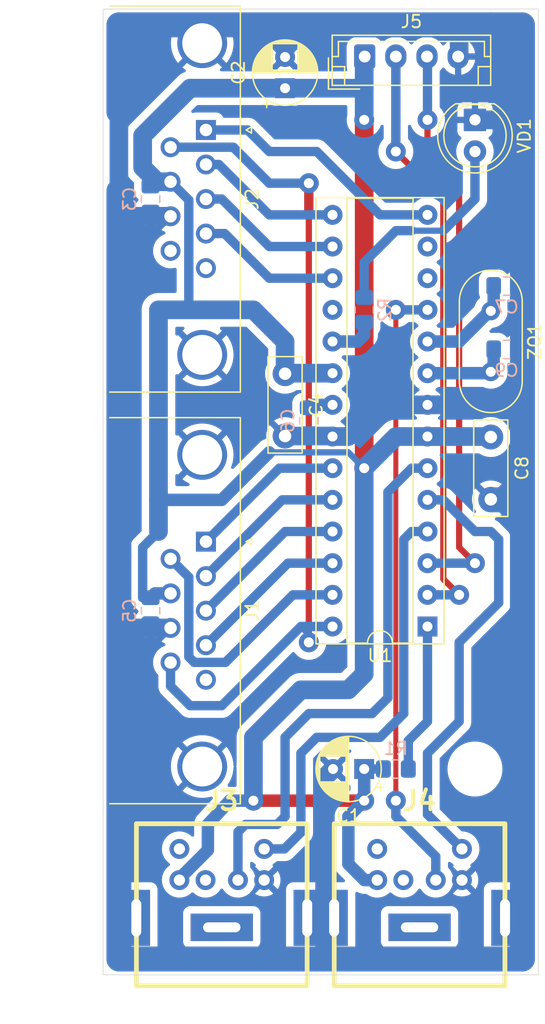
<source format=kicad_pcb>
(kicad_pcb (version 20240108) (generator "pcbnew") (generator_version "8.0")
  (layers (0 "F.Cu" signal) (31 "B.Cu" signal) (34 "B.Paste" user) (35 "F.Paste" user) (36 "B.SilkS" user "B.Silkscreen") (37 "F.SilkS" user "F.Silkscreen") (38 "B.Mask" user) (39 "F.Mask" user) (44 "Edge.Cuts" user))
  (net 0 "")
  (net 1 "VCC")
  (net 2 "GND")
  (net 3 "/J2_FIRE")
  (net 4 "/J1_FIRE")
  (net 5 "/J1_RIGHT")
  (net 6 "/J1_LEFT")
  (net 7 "/J1_DOWN")
  (net 8 "/J1_UP")
  (net 9 "/J2_RIGHT")
  (net 10 "/J2_LEFT")
  (net 11 "/J2_DOWN")
  (net 12 "/J2_UP")
  (net 13 "/KB_CLK")
  (net 14 "/KB_DAT")
  (net 15 "/MS_CLK")
  (net 16 "/MS_DAT")
  (net 17 "/TXD")
  (net 18 "/RXD")
  (net 19 "Net-(R1-Pad1)")
  (net 20 "Net-(R2-Pad2)")
  (net 21 "Net-(C7-Pad1)")
  (net 29 "Net-(C6-Pad1)")
  (net 32 "Net-(R2-Pad1)")
  (net 34 "Net-(C9-Pad1)")
  (footprint "Capacitor_THT:CP_Radial_D5.0mm_P2.50mm" (layer "F.Cu") (at 127 82.55 90)
    (property "Reference" "C2" (at 1.25 -3.75 90) (layer "F.SilkS"))
    (property "Value" "CAPP")
    (pad "1" thru_hole rect (at 0 0 90) (size 1.6 1.6) (drill 0.8) (layers "*.Cu" "*.Mask") (net 1 "VCC"))
    (pad "2" thru_hole circle (at 2.5 0 90) (size 1.6 1.6) (drill 0.8) (layers "*.Cu" "*.Mask") (net 2 "GND"))
  )
  (footprint "Capacitor_THT:C_Disc_D7.5mm_W2.5mm_P5.00mm" (layer "F.Cu") (at 127 105.45 -90)
    (property "Reference" "C4" (at 2.5 -2.5 90) (layer "F.SilkS"))
    (property "Value" "CAP")
    (pad "1" thru_hole circle (at 0 0 270) (size 2 2) (drill 1) (layers "*.Cu" "*.Mask") (net 1 "VCC"))
    (pad "2" thru_hole circle (at 5 0 270) (size 2 2) (drill 1) (layers "*.Cu" "*.Mask") (net 2 "GND"))
  )
  (footprint "Capacitor_THT:C_Disc_D7.5mm_W2.5mm_P5.00mm" (layer "F.Cu") (at 143.51 110.53 -90)
    (property "Reference" "C8" (at 2.5 -2.5 90) (layer "F.SilkS"))
    (property "Value" "CAP")
    (pad "1" thru_hole circle (at 0 0 270) (size 2 2) (drill 1) (layers "*.Cu" "*.Mask") (net 1 "VCC"))
    (pad "2" thru_hole circle (at 5 0 270) (size 2 2) (drill 1) (layers "*.Cu" "*.Mask") (net 2 "GND"))
  )
  (footprint "Connector_Dsub:DSUB-9_Male_Horizontal_P2.77x2.84mm_EdgePinOffset4.94mm_Housed_MountingHolesOffset7.48mm" (layer "F.Cu") (at 120.65 85.9 -90)
    (property "Reference" "J2" (at 5.54 -3.7 90) (layer "F.SilkS"))
    (property "Value" "JOY2")
    (pad "0" thru_hole circle (at -6.96 0.3 270) (size 4 4) (drill 3.2) (layers "*.Cu" "*.Mask") (net 2 "GND"))
    (pad "0" thru_hole circle (at 18.04 0.3 270) (size 4 4) (drill 3.2) (layers "*.Cu" "*.Mask") (net 2 "GND"))
    (pad "1" thru_hole rect (at 0 0 270) (size 1.6 1.6) (drill 1) (layers "*.Cu" "*.Mask") (net 12 "/J2_UP"))
    (pad "2" thru_hole circle (at 2.77 0 270) (size 1.6 1.6) (drill 1) (layers "*.Cu" "*.Mask") (net 11 "/J2_DOWN"))
    (pad "3" thru_hole circle (at 5.54 0 270) (size 1.6 1.6) (drill 1) (layers "*.Cu" "*.Mask") (net 10 "/J2_LEFT"))
    (pad "4" thru_hole circle (at 8.31 0 270) (size 1.6 1.6) (drill 1) (layers "*.Cu" "*.Mask") (net 9 "/J2_RIGHT"))
    (pad "5" thru_hole circle (at 11.08 0 270) (size 1.6 1.6) (drill 1) (layers "*.Cu" "*.Mask"))
    (pad "6" thru_hole circle (at 1.385 2.84 270) (size 1.6 1.6) (drill 1) (layers "*.Cu" "*.Mask") (net 3 "/J2_FIRE"))
    (pad "7" thru_hole circle (at 4.155 2.84 270) (size 1.6 1.6) (drill 1) (layers "*.Cu" "*.Mask") (net 1 "VCC"))
    (pad "8" thru_hole circle (at 6.925 2.84 270) (size 1.6 1.6) (drill 1) (layers "*.Cu" "*.Mask") (net 2 "GND"))
    (pad "9" thru_hole circle (at 9.695 2.84 270) (size 1.6 1.6) (drill 1) (layers "*.Cu" "*.Mask"))
  )
  (footprint "MyLib:Mini_din6" (layer "F.Cu") (at 121.92 147.32)
    (property "Reference" "J3" (at 0 -7.62 0) (layer "F.SilkS") (effects (font (size 1.524 1.524) (thickness 0.3048))))
    (property "Value" "Keyboard")
    (pad "0" thru_hole rect (at -6.858 1.778) (size 2.2 4.5) (drill oval 0.8 3) (layers "*.Cu" "*.Mask"))
    (pad "0" thru_hole rect (at 0 2.54) (size 5 2.2) (drill oval 3 0.8) (layers "*.Cu" "*.Mask"))
    (pad "0" thru_hole rect (at 6.858 1.778) (size 2.2 4.5) (drill oval 0.8 3) (layers "*.Cu" "*.Mask"))
    (pad "1" thru_hole circle (at 1.3 -1.25) (size 1.6 1.6) (drill 0.9) (layers "*.Cu" "*.Mask") (net 14 "/KB_DAT"))
    (pad "2" thru_hole circle (at -1.3 -1.25) (size 1.6 1.6) (drill 0.9) (layers "*.Cu" "*.Mask"))
    (pad "3" thru_hole circle (at 3.4 -1.25) (size 1.6 1.6) (drill 0.9) (layers "*.Cu" "*.Mask") (net 2 "GND"))
    (pad "4" thru_hole circle (at -3.4 -1.25) (size 1.6 1.6) (drill 0.9) (layers "*.Cu" "*.Mask") (net 1 "VCC"))
    (pad "5" thru_hole circle (at 3.4 -3.75) (size 1.6 1.6) (drill 0.9) (layers "*.Cu" "*.Mask") (net 13 "/KB_CLK"))
    (pad "6" thru_hole circle (at -3.4 -3.75) (size 1.6 1.6) (drill 0.9) (layers "*.Cu" "*.Mask"))
  )
  (footprint "Package_DIP:DIP-28_W7.62mm_Socket" (layer "F.Cu") (at 138.43 125.73 180)
    (property "Reference" "U1" (at 3.81 -2.33 0) (layer "F.SilkS"))
    (property "Value" "ATmega168A-PU")
    (pad "1" thru_hole rect (at 0 0 180) (size 1.6 1.6) (drill 0.8) (layers "*.Cu" "*.Mask") (net 19 "Net-(R1-Pad1)"))
    (pad "2" thru_hole oval (at 0 2.54 180) (size 1.6 1.6) (drill 0.8) (layers "*.Cu" "*.Mask") (net 17 "/TXD"))
    (pad "3" thru_hole oval (at 0 5.08 180) (size 1.6 1.6) (drill 0.8) (layers "*.Cu" "*.Mask") (net 18 "/RXD"))
    (pad "4" thru_hole oval (at 0 7.62 180) (size 1.6 1.6) (drill 0.8) (layers "*.Cu" "*.Mask") (net 13 "/KB_CLK"))
    (pad "5" thru_hole oval (at 0 10.16 180) (size 1.6 1.6) (drill 0.8) (layers "*.Cu" "*.Mask") (net 15 "/MS_CLK"))
    (pad "6" thru_hole oval (at 0 12.7 180) (size 1.6 1.6) (drill 0.8) (layers "*.Cu" "*.Mask") (net 14 "/KB_DAT"))
    (pad "7" thru_hole oval (at 0 15.24 180) (size 1.6 1.6) (drill 0.8) (layers "*.Cu" "*.Mask") (net 1 "VCC"))
    (pad "8" thru_hole oval (at 0 17.78 180) (size 1.6 1.6) (drill 0.8) (layers "*.Cu" "*.Mask") (net 2 "GND"))
    (pad "9" thru_hole oval (at 0 20.32 180) (size 1.6 1.6) (drill 0.8) (layers "*.Cu" "*.Mask") (net 34 "Net-(C9-Pad1)"))
    (pad "10" thru_hole oval (at 0 22.86 180) (size 1.6 1.6) (drill 0.8) (layers "*.Cu" "*.Mask") (net 21 "Net-(C7-Pad1)"))
    (pad "11" thru_hole oval (at 0 25.4 180) (size 1.6 1.6) (drill 0.8) (layers "*.Cu" "*.Mask") (net 16 "/MS_DAT"))
    (pad "12" thru_hole oval (at 0 27.94 180) (size 1.6 1.6) (drill 0.8) (layers "*.Cu" "*.Mask"))
    (pad "13" thru_hole oval (at 0 30.48 180) (size 1.6 1.6) (drill 0.8) (layers "*.Cu" "*.Mask"))
    (pad "14" thru_hole oval (at 0 33.02 180) (size 1.6 1.6) (drill 0.8) (layers "*.Cu" "*.Mask") (net 12 "/J2_UP"))
    (pad "15" thru_hole oval (at 7.62 33.02 180) (size 1.6 1.6) (drill 0.8) (layers "*.Cu" "*.Mask") (net 11 "/J2_DOWN"))
    (pad "16" thru_hole oval (at 7.62 30.48 180) (size 1.6 1.6) (drill 0.8) (layers "*.Cu" "*.Mask") (net 10 "/J2_LEFT"))
    (pad "17" thru_hole oval (at 7.62 27.94 180) (size 1.6 1.6) (drill 0.8) (layers "*.Cu" "*.Mask") (net 9 "/J2_RIGHT"))
    (pad "18" thru_hole oval (at 7.62 25.4 180) (size 1.6 1.6) (drill 0.8) (layers "*.Cu" "*.Mask"))
    (pad "19" thru_hole oval (at 7.62 22.86 180) (size 1.6 1.6) (drill 0.8) (layers "*.Cu" "*.Mask") (net 32 "Net-(R2-Pad1)"))
    (pad "20" thru_hole oval (at 7.62 20.32 180) (size 1.6 1.6) (drill 0.8) (layers "*.Cu" "*.Mask") (net 1 "VCC"))
    (pad "21" thru_hole oval (at 7.62 17.78 180) (size 1.6 1.6) (drill 0.8) (layers "*.Cu" "*.Mask") (net 29 "Net-(C6-Pad1)"))
    (pad "22" thru_hole oval (at 7.62 15.24 180) (size 1.6 1.6) (drill 0.8) (layers "*.Cu" "*.Mask") (net 2 "GND"))
    (pad "23" thru_hole oval (at 7.62 12.7 180) (size 1.6 1.6) (drill 0.8) (layers "*.Cu" "*.Mask") (net 8 "/J1_UP"))
    (pad "24" thru_hole oval (at 7.62 10.16 180) (size 1.6 1.6) (drill 0.8) (layers "*.Cu" "*.Mask") (net 7 "/J1_DOWN"))
    (pad "25" thru_hole oval (at 7.62 7.62 180) (size 1.6 1.6) (drill 0.8) (layers "*.Cu" "*.Mask") (net 6 "/J1_LEFT"))
    (pad "26" thru_hole oval (at 7.62 5.08 180) (size 1.6 1.6) (drill 0.8) (layers "*.Cu" "*.Mask") (net 5 "/J1_RIGHT"))
    (pad "27" thru_hole oval (at 7.62 2.54 180) (size 1.6 1.6) (drill 0.8) (layers "*.Cu" "*.Mask") (net 4 "/J1_FIRE"))
    (pad "28" thru_hole oval (at 7.62 0 180) (size 1.6 1.6) (drill 0.8) (layers "*.Cu" "*.Mask") (net 3 "/J2_FIRE"))
  )
  (footprint "LED_THT:LED_D5.0mm" (layer "F.Cu") (at 142.24 85.09 -90)
    (property "Reference" "VD1" (at 1.27 -3.96 90) (layer "F.SilkS"))
    (property "Value" "LED")
    (pad "1" thru_hole rect (at 0 0 270) (size 1.8 1.8) (drill 0.9) (layers "*.Cu" "*.Mask") (net 2 "GND"))
    (pad "2" thru_hole circle (at 2.54 0 270) (size 1.8 1.8) (drill 0.9) (layers "*.Cu" "*.Mask") (net 20 "Net-(R2-Pad2)"))
  )
  (footprint "Connector_Dsub:DSUB-9_Male_Horizontal_P2.77x2.84mm_EdgePinOffset4.94mm_Housed_MountingHolesOffset7.48mm" (layer "F.Cu") (at 120.65 118.92 -90)
    (property "Reference" "J1" (at 5.54 -3.7 90) (layer "F.SilkS"))
    (property "Value" "JOY1")
    (pad "0" thru_hole circle (at -6.96 0.3 270) (size 4 4) (drill 3.2) (layers "*.Cu" "*.Mask") (net 2 "GND"))
    (pad "0" thru_hole circle (at 18.04 0.3 270) (size 4 4) (drill 3.2) (layers "*.Cu" "*.Mask") (net 2 "GND"))
    (pad "1" thru_hole rect (at 0 0 270) (size 1.6 1.6) (drill 1) (layers "*.Cu" "*.Mask") (net 8 "/J1_UP"))
    (pad "2" thru_hole circle (at 2.77 0 270) (size 1.6 1.6) (drill 1) (layers "*.Cu" "*.Mask") (net 7 "/J1_DOWN"))
    (pad "3" thru_hole circle (at 5.54 0 270) (size 1.6 1.6) (drill 1) (layers "*.Cu" "*.Mask") (net 6 "/J1_LEFT"))
    (pad "4" thru_hole circle (at 8.31 0 270) (size 1.6 1.6) (drill 1) (layers "*.Cu" "*.Mask") (net 5 "/J1_RIGHT"))
    (pad "5" thru_hole circle (at 11.08 0 270) (size 1.6 1.6) (drill 1) (layers "*.Cu" "*.Mask"))
    (pad "6" thru_hole circle (at 1.385 2.84 270) (size 1.6 1.6) (drill 1) (layers "*.Cu" "*.Mask") (net 4 "/J1_FIRE"))
    (pad "7" thru_hole circle (at 4.155 2.84 270) (size 1.6 1.6) (drill 1) (layers "*.Cu" "*.Mask") (net 1 "VCC"))
    (pad "8" thru_hole circle (at 6.925 2.84 270) (size 1.6 1.6) (drill 1) (layers "*.Cu" "*.Mask") (net 2 "GND"))
    (pad "9" thru_hole circle (at 9.695 2.84 270) (size 1.6 1.6) (drill 1) (layers "*.Cu" "*.Mask") (net 3 "/J2_FIRE"))
  )
  (footprint "Capacitor_THT:CP_Radial_D5.0mm_P2.50mm" (layer "F.Cu") (at 133.35 137.16 180)
    (property "Reference" "C1" (at 1.25 -3.75 0) (layer "F.SilkS"))
    (property "Value" "CAPP")
    (pad "1" thru_hole rect (at 0 0 180) (size 1.6 1.6) (drill 0.8) (layers "*.Cu" "*.Mask") (net 1 "VCC"))
    (pad "2" thru_hole circle (at 2.5 0 180) (size 1.6 1.6) (drill 0.8) (layers "*.Cu" "*.Mask") (net 2 "GND"))
  )
  (footprint "MyLib:Mini_din6" (layer "F.Cu") (at 137.795 147.32)
    (property "Reference" "J4" (at 0 -7.62 0) (layer "F.SilkS") (effects (font (size 1.524 1.524) (thickness 0.3048))))
    (property "Value" "Mouse")
    (pad "0" thru_hole rect (at -6.858 1.778) (size 2.2 4.5) (drill oval 0.8 3) (layers "*.Cu" "*.Mask"))
    (pad "0" thru_hole rect (at 0 2.54) (size 5 2.2) (drill oval 3 0.8) (layers "*.Cu" "*.Mask"))
    (pad "0" thru_hole rect (at 6.858 1.778) (size 2.2 4.5) (drill oval 0.8 3) (layers "*.Cu" "*.Mask"))
    (pad "1" thru_hole circle (at 1.3 -1.25) (size 1.6 1.6) (drill 0.9) (layers "*.Cu" "*.Mask") (net 16 "/MS_DAT"))
    (pad "2" thru_hole circle (at -1.3 -1.25) (size 1.6 1.6) (drill 0.9) (layers "*.Cu" "*.Mask"))
    (pad "3" thru_hole circle (at 3.4 -1.25) (size 1.6 1.6) (drill 0.9) (layers "*.Cu" "*.Mask") (net 2 "GND"))
    (pad "4" thru_hole circle (at -3.4 -1.25) (size 1.6 1.6) (drill 0.9) (layers "*.Cu" "*.Mask") (net 1 "VCC"))
    (pad "5" thru_hole circle (at 3.4 -3.75) (size 1.6 1.6) (drill 0.9) (layers "*.Cu" "*.Mask") (net 15 "/MS_CLK"))
    (pad "6" thru_hole circle (at -3.4 -3.75) (size 1.6 1.6) (drill 0.9) (layers "*.Cu" "*.Mask"))
  )
  (footprint "MountingHole:MountingHole_3.2mm_M3" (layer "F.Cu") (at 142.24 137.16)
    (property "Reference" "REF**" (hide yes))
    (property "Value" "MountingHole_3.2mm_M3" (hide yes))
    (pad "" np_thru_hole circle (at 0 0) (size 3.2 3.2) (drill 3.2) (layers "*.Cu" "*.Mask"))
  )
  (footprint "Crystal:Crystal_HC49-4H_Vertical" (layer "F.Cu") (at 143.51 100.42 -90)
    (property "Reference" "ZQ1" (at 2.44 -3.525 90) (layer "F.SilkS"))
    (property "Value" "16MHz")
    (pad "1" thru_hole circle (at 0 0 270) (size 1.5 1.5) (drill 0.8) (layers "*.Cu" "*.Mask") (net 21 "Net-(C7-Pad1)"))
    (pad "2" thru_hole circle (at 4.88 0 270) (size 1.5 1.5) (drill 0.8) (layers "*.Cu" "*.Mask") (net 34 "Net-(C9-Pad1)"))
  )
  (footprint "Connector_JST:JST_EH_B4B-EH-A_1x04_P2.50mm_Vertical" (layer "F.Cu") (at 133.39 80.01)
    (property "Reference" "J5" (at 3.75 -2.8 0) (layer "F.SilkS"))
    (property "Value" "Conn_01x04")
    (pad "1" thru_hole roundrect (at 0 0) (size 1.7 1.95) (drill 0.95) (layers "*.Cu" "*.Mask") (roundrect_rratio 0.147059) (net 1 "VCC"))
    (pad "2" thru_hole oval (at 2.5 0) (size 1.7 1.95) (drill 0.95) (layers "*.Cu" "*.Mask") (net 17 "/TXD"))
    (pad "3" thru_hole oval (at 5 0) (size 1.7 1.95) (drill 0.95) (layers "*.Cu" "*.Mask") (net 18 "/RXD"))
    (pad "4" thru_hole oval (at 7.5 0) (size 1.7 1.95) (drill 0.95) (layers "*.Cu" "*.Mask") (net 2 "GND"))
  )
  (footprint "Capacitor_SMD:C_0805_2012Metric_Pad1.18x1.45mm_HandSolder" (layer "B.Cu") (at 116.205 124.46 -90)
    (property "Reference" "C5" (at 0 1.68 90) (layer "B.SilkS") (effects (justify mirror)))
    (property "Value" "CAP")
    (pad "1" smd roundrect (at -1.0375 0 270) (size 1.175 1.45) (layers "B.Cu" "B.Paste" "B.Mask") (roundrect_rratio 0.2127659574) (net 1 "VCC"))
    (pad "2" smd roundrect (at 1.0375 0 270) (size 1.175 1.45) (layers "B.Cu" "B.Paste" "B.Mask") (roundrect_rratio 0.2127659574) (net 2 "GND"))
  )
  (footprint "Resistor_SMD:R_0805_2012Metric_Pad1.20x1.40mm_HandSolder" (layer "B.Cu") (at 135.89 137.16 180)
    (property "Reference" "R1" (at 0 1.65 0) (layer "B.SilkS") (effects (justify mirror)))
    (property "Value" "RES")
    (pad "1" smd roundrect (at -1 0 180) (size 1.2 1.4) (layers "B.Cu" "B.Paste" "B.Mask") (roundrect_rratio 0.2083325) (net 19 "Net-(R1-Pad1)"))
    (pad "2" smd roundrect (at 1 0 180) (size 1.2 1.4) (layers "B.Cu" "B.Paste" "B.Mask") (roundrect_rratio 0.2083325) (net 1 "VCC"))
  )
  (footprint "Resistor_SMD:R_0805_2012Metric_Pad1.20x1.40mm_HandSolder" (layer "B.Cu") (at 133.35 100.33 90)
    (property "Reference" "R2" (at 0 1.65 90) (layer "B.SilkS") (effects (justify mirror)))
    (property "Value" "300")
    (pad "1" smd roundrect (at -1 0 90) (size 1.2 1.4) (layers "B.Cu" "B.Paste" "B.Mask") (roundrect_rratio 0.2083325) (net 32 "Net-(R2-Pad1)"))
    (pad "2" smd roundrect (at 1 0 90) (size 1.2 1.4) (layers "B.Cu" "B.Paste" "B.Mask") (roundrect_rratio 0.2083325) (net 20 "Net-(R2-Pad2)"))
  )
  (footprint "Capacitor_SMD:C_0805_2012Metric_Pad1.18x1.45mm_HandSolder" (layer "B.Cu") (at 128.905 109.22 -90)
    (property "Reference" "C6" (at 0 1.68 90) (layer "B.SilkS") (effects (justify mirror)))
    (property "Value" "CAP")
    (pad "1" smd roundrect (at -1.0375 0 270) (size 1.175 1.45) (layers "B.Cu" "B.Paste" "B.Mask") (roundrect_rratio 0.2127659574) (net 29 "Net-(C6-Pad1)"))
    (pad "2" smd roundrect (at 1.0375 0 270) (size 1.175 1.45) (layers "B.Cu" "B.Paste" "B.Mask") (roundrect_rratio 0.2127659574) (net 2 "GND"))
  )
  (footprint "Capacitor_SMD:C_0805_2012Metric_Pad1.18x1.45mm_HandSolder" (layer "B.Cu") (at 116.205 91.44 -90)
    (property "Reference" "C3" (at 0 1.68 90) (layer "B.SilkS") (effects (justify mirror)))
    (property "Value" "CAP")
    (pad "1" smd roundrect (at -1.0375 0 270) (size 1.175 1.45) (layers "B.Cu" "B.Paste" "B.Mask") (roundrect_rratio 0.2127659574) (net 1 "VCC"))
    (pad "2" smd roundrect (at 1.0375 0 270) (size 1.175 1.45) (layers "B.Cu" "B.Paste" "B.Mask") (roundrect_rratio 0.2127659574) (net 2 "GND"))
  )
  (footprint "Capacitor_SMD:C_0805_2012Metric_Pad1.18x1.45mm_HandSolder" (layer "B.Cu") (at 144.78 98.425)
    (property "Reference" "C7" (at 0 1.68 0) (layer "B.SilkS") (effects (justify mirror)))
    (property "Value" "22")
    (pad "1" smd roundrect (at -1.0375 0) (size 1.175 1.45) (layers "B.Cu" "B.Paste" "B.Mask") (roundrect_rratio 0.212766) (net 21 "Net-(C7-Pad1)"))
    (pad "2" smd roundrect (at 1.0375 0) (size 1.175 1.45) (layers "B.Cu" "B.Paste" "B.Mask") (roundrect_rratio 0.212766) (net 2 "GND"))
  )
  (footprint "Capacitor_SMD:C_0805_2012Metric_Pad1.18x1.45mm_HandSolder" (layer "B.Cu") (at 144.78 103.505)
    (property "Reference" "C9" (at 0 1.68 0) (layer "B.SilkS") (effects (justify mirror)))
    (property "Value" "22")
    (pad "1" smd roundrect (at -1.0375 0) (size 1.175 1.45) (layers "B.Cu" "B.Paste" "B.Mask") (roundrect_rratio 0.212766) (net 34 "Net-(C9-Pad1)"))
    (pad "2" smd roundrect (at 1.0375 0) (size 1.175 1.45) (layers "B.Cu" "B.Paste" "B.Mask") (roundrect_rratio 0.212766) (net 2 "GND"))
  )
  (gr_line (start 112.395 76.2) (end 112.395 153.67) (stroke (width 0.05)) (layer "Edge.Cuts"))
  (gr_line (start 147.32 153.67) (end 147.32 76.2) (stroke (width 0.05)) (layer "Edge.Cuts"))
  (gr_line (start 147.32 76.2) (end 112.395 76.2) (stroke (width 0.05)) (layer "Edge.Cuts"))
  (gr_line (start 112.395 153.67) (end 147.32 153.67) (stroke (width 0.05)) (layer "Edge.Cuts"))
  (segment (start 124.46 139.7) (end 133.35 139.7) (width 1) (layer "F.Cu") (net 1))
  (segment (start 133.35 113.03) (end 133.35 85.09) (width 1.5) (layer "F.Cu") (net 1))
  (via (at 133.35 139.7) (size 1.6) (drill 0.8) (layers "F.Cu" "B.Cu") (net 1))
  (via (at 133.35 85.09) (size 1.6) (drill 0.8) (layers "F.Cu" "B.Cu") (net 1))
  (via (at 124.46 139.7) (size 1.6) (drill 0.8) (layers "F.Cu" "B.Cu") (net 1))
  (via (at 133.35 113.03) (size 1.6) (drill 0.8) (layers "F.Cu" "B.Cu") (net 1))
  (segment (start 115.57 119.38) (end 115.57 123.4225) (width 0.75) (layer "B.Cu") (net 1))
  (segment (start 121.92 115.57) (end 116.84 115.57) (width 1) (layer "B.Cu") (net 1))
  (segment (start 119.38 82.55) (end 115.57 86.36) (width 1.5) (layer "B.Cu") (net 1))
  (segment (start 138.43 110.49) (end 140.97 110.49) (width 1.5) (layer "B.Cu") (net 1))
  (segment (start 119.38 100.33) (end 119.274999 100.224999) (width 0.75) (layer "B.Cu") (net 1))
  (segment (start 116.84 118.11) (end 116.84 115.57) (width 1.5) (layer "B.Cu") (net 1))
  (segment (start 133.37 146.07) (end 133.76 146.07) (width 1) (layer "B.Cu") (net 1))
  (segment (start 133.35 82.55) (end 133.35 85.09) (width 1.5) (layer "B.Cu") (net 1))
  (segment (start 118.52 145.949998) (end 118.52 146.07) (width 1) (layer "B.Cu") (net 1))
  (segment (start 124.46 134.62) (end 124.46 139.7) (width 1.5) (layer "B.Cu") (net 1))
  (segment (start 115.57 88.9) (end 116.725 90.055) (width 1.5) (layer "B.Cu") (net 1))
  (segment (start 133.35 113.03) (end 135.89 110.49) (width 1.5) (layer "B.Cu") (net 1))
  (segment (start 133.35 139.7) (end 133.35 137.16) (width 1) (layer "B.Cu") (net 1))
  (segment (start 120.804999 143.664999) (end 118.52 145.949998) (width 1) (layer "B.Cu") (net 1))
  (segment (start 133.35 139.7) (end 132.08 140.97) (width 1) (layer "B.Cu") (net 1))
  (segment (start 132.08 140.97) (end 132.08 144.78) (width 1) (layer "B.Cu") (net 1))
  (segment (start 122.555 139.7) (end 120.804999 141.605) (width 1) (layer "B.Cu") (net 1))
  (segment (start 116.5525 90.055) (end 116.205 90.4025) (width 1) (layer "B.Cu") (net 1))
  (segment (start 119.274999 91.519999) (end 117.81 90.055) (width 0.75) (layer "B.Cu") (net 1))
  (segment (start 124.46 139.7) (end 122.555 139.7) (width 1) (layer "B.Cu") (net 1))
  (segment (start 133.35 80.01) (end 133.35 82.55) (width 1.5) (layer "B.Cu") (net 1))
  (segment (start 133.35 129.54) (end 132.08 130.81) (width 1.5) (layer "B.Cu") (net 1))
  (segment (start 132.08 111.76) (end 133.35 113.03) (width 0.5) (layer "B.Cu") (net 1))
  (segment (start 132.08 144.78) (end 133.37 146.07) (width 1) (layer "B.Cu") (net 1))
  (segment (start 133.35 113.03) (end 133.35 129.54) (width 1.5) (layer "B.Cu") (net 1))
  (segment (start 124.46 100.33) (end 119.38 100.33) (width 0.75) (layer "B.Cu") (net 1))
  (segment (start 138.43 110.49) (end 137.16 110.49) (width 1.5) (layer "B.Cu") (net 1))
  (segment (start 127 102.87) (end 127 105.45) (width 1.5) (layer "B.Cu") (net 1))
  (segment (start 116.84 100.33) (end 124.46 100.33) (width 1.5) (layer "B.Cu") (net 1))
  (segment (start 117.81 123.075) (end 116.5525 123.075) (width 1) (layer "B.Cu") (net 1))
  (segment (start 128.27 130.81) (end 124.46 134.62) (width 1.5) (layer "B.Cu") (net 1))
  (segment (start 125.73 111.76) (end 121.92 115.57) (width 1) (layer "B.Cu") (net 1))
  (segment (start 134.89 137.16) (end 133.35 137.16) (width 0.75) (layer "B.Cu") (net 1))
  (segment (start 125.73 111.76) (end 132.08 111.76) (width 0.5) (layer "B.Cu") (net 1))
  (segment (start 138.43 110.49) (end 143.47 110.49) (width 1.5) (layer "B.Cu") (net 1))
  (segment (start 116.84 115.57) (end 116.84 100.33) (width 1.5) (layer "B.Cu") (net 1))
  (segment (start 116.725 90.055) (end 117.81 90.055) (width 1.5) (layer "B.Cu") (net 1))
  (segment (start 133.35 82.55) (end 119.38 82.55) (width 1.5) (layer "B.Cu") (net 1))
  (segment (start 143.47 110.49) (end 143.51 110.53) (width 1.5) (layer "B.Cu") (net 1))
  (segment (start 124.46 100.33) (end 127 102.87) (width 1.5) (layer "B.Cu") (net 1))
  (segment (start 120.804999 141.605) (end 120.804999 143.664999) (width 1) (layer "B.Cu") (net 1))
  (segment (start 133.37 146.07) (end 134.395 146.07) (width 1) (layer "B.Cu") (net 1))
  (segment (start 117.81 90.055) (end 116.5525 90.055) (width 1) (layer "B.Cu") (net 1))
  (segment (start 116.5525 123.075) (end 116.205 123.4225) (width 1) (layer "B.Cu") (net 1))
  (segment (start 130.81 105.41) (end 127 105.41) (width 1.5) (layer "B.Cu") (net 1))
  (segment (start 135.89 110.49) (end 137.16 110.49) (width 1.5) (layer "B.Cu") (net 1))
  (segment (start 119.274999 100.224999) (end 119.274999 91.519999) (width 0.75) (layer "B.Cu") (net 1))
  (segment (start 132.08 130.81) (end 128.27 130.81) (width 1.5) (layer "B.Cu") (net 1))
  (segment (start 115.57 86.36) (end 115.57 88.9) (width 1.5) (layer "B.Cu") (net 1))
  (segment (start 115.57 119.38) (end 116.84 118.11) (width 0.75) (layer "B.Cu") (net 1))
  (segment (start 113.665 95.25) (end 113.665 90.805) (width 1.5) (layer "B.Cu") (net 2))
  (segment (start 143.51 77.47) (end 146.05 77.47) (width 2) (layer "B.Cu") (net 2))
  (segment (start 130.175 152.4) (end 113.665 152.4) (width 2) (layer "B.Cu") (net 2))
  (segment (start 144.78 77.47) (end 138.43 77.47) (width 1.5) (layer "B.Cu") (net 2))
  (segment (start 114.185 125.845) (end 113.665 126.365) (width 1.5) (layer "B.Cu") (net 2))
  (segment (start 146.05 85.09) (end 146.05 90.17) (width 2) (layer "B.Cu") (net 2))
  (segment (start 130.85 137.16) (end 130.175 137.835) (width 1.5) (layer "B.Cu") (net 2))
  (segment (start 116.5525 92.825) (end 116.205 92.4775) (width 1) (layer "B.Cu") (net 2))
  (segment (start 146.05 90.17) (end 146.05 105.41) (width 2) (layer "B.Cu") (net 2))
  (segment (start 114.185 92.825) (end 113.665 93.345) (width 1.5) (layer "B.Cu") (net 2))
  (segment (start 113.665 152.4) (end 113.665 120.015) (width 2) (layer "B.Cu") (net 2))
  (segment (start 146.05 105.41) (end 146.05 107.95) (width 2) (layer "B.Cu") (net 2))
  (segment (start 138.43 107.95) (end 146.05 107.95) (width 1.5) (layer "B.Cu") (net 2))
  (segment (start 113.665 77.47) (end 143.51 77.47) (width 2) (layer "B.Cu") (net 2))
  (segment (start 117.81 92.825) (end 116.5525 92.825) (width 1) (layer "B.Cu") (net 2))
  (segment (start 130.81 110.49) (end 132.08 110.49) (width 1.5) (layer "B.Cu") (net 2))
  (segment (start 113.665 77.47) (end 129.54 77.47) (width 1.5) (layer "B.Cu") (net 2))
  (segment (start 130.175 143.51) (end 130.175 152.4) (width 1.5) (layer "B.Cu") (net 2))
  (segment (start 142.24 85.09) (end 146.05 85.09) (width 1.5) (layer "B.Cu") (net 2))
  (segment (start 140.97 80.01) (end 140.97 77.47) (width 1.5) (layer "B.Cu") (net 2))
  (segment (start 146.05 152.4) (end 130.175 152.4) (width 2) (layer "B.Cu") (net 2))
  (segment (start 138.43 107.95) (end 139.7 107.95) (width 1.5) (layer "B.Cu") (net 2))
  (segment (start 127 77.47) (end 127 80.05) (width 1.5) (layer "B.Cu") (net 2))
  (segment (start 146.05 107.95) (end 146.05 113.03) (width 2) (layer "B.Cu") (net 2))
  (segment (start 113.665 84.455) (end 113.665 83.185) (width 2) (layer "B.Cu") (net 2))
  (segment (start 117.81 125.845) (end 116.5525 125.845) (width 1) (layer "B.Cu") (net 2))
  (segment (start 113.665 125.095) (end 113.665 126.365) (width 1.5) (layer "B.Cu") (net 2))
  (segment (start 146.05 77.47) (end 146.05 85.09) (width 2) (layer "B.Cu") (net 2))
  (segment (start 143.51 115.57) (end 145.97 115.57) (width 2) (layer "B.Cu") (net 2))
  (segment (start 130.175 137.835) (end 130.175 143.51) (width 1.5) (layer "B.Cu") (net 2))
  (segment (start 146.05 77.47) (end 146.05 102.87) (width 1.5) (layer "B.Cu") (net 2))
  (segment (start 134.62 107.95) (end 138.43 107.95) (width 1.5) (layer "B.Cu") (net 2))
  (segment (start 113.665 120.015) (end 113.665 90.805) (width 2) (layer "B.Cu") (net 2))
  (segment (start 116.5525 125.845) (end 116.205 125.4975) (width 1) (layer "B.Cu") (net 2))
  (segment (start 132.08 110.49) (end 134.62 107.95) (width 1.5) (layer "B.Cu") (net 2))
  (segment (start 144.78 77.47) (end 146.05 77.47) (width 1.5) (layer "B.Cu") (net 2))
  (segment (start 130.77 110.45) (end 130.81 110.49) (width 1.5) (layer "B.Cu") (net 2))
  (segment (start 117.81 125.845) (end 114.185 125.845) (width 1.5) (layer "B.Cu") (net 2))
  (segment (start 138.43 77.47) (end 129.54 77.47) (width 1.5) (layer "B.Cu") (net 2))
  (segment (start 113.665 83.185) (end 113.665 77.47) (width 2) (layer "B.Cu") (net 2))
  (segment (start 113.665 93.345) (end 113.665 95.25) (width 1.5) (layer "B.Cu") (net 2))
  (segment (start 146.05 113.03) (end 146.05 152.4) (width 2) (layer "B.Cu") (net 2))
  (segment (start 145.97 112.95) (end 146.05 113.03) (width 2) (layer "B.Cu") (net 2))
  (segment (start 113.665 90.805) (end 113.665 84.455) (width 1.5) (layer "B.Cu") (net 2))
  (segment (start 127 110.45) (end 130.77 110.45) (width 1.5) (layer "B.Cu") (net 2))
  (segment (start 117.81 92.825) (end 114.185 92.825) (width 1.5) (layer "B.Cu") (net 2))
  (segment (start 128.905 127) (end 128.905 90.17) (width 0.5) (layer "F.Cu") (net 3))
  (segment (start 128.905 90.4875) (end 128.905 92.3925) (width 0.75) (layer "F.Cu") (net 3))
  (via (at 128.905 90.17) (size 1.6) (drill 0.8) (layers "F.Cu" "B.Cu") (net 3))
  (via (at 128.905 127) (size 1.6) (drill 0.8) (layers "F.Cu" "B.Cu") (net 3))
  (segment (start 122.845 87.285) (end 125.73 90.17) (width 0.75) (layer "B.Cu") (net 3))
  (segment (start 119.38 132.08) (end 117.81 130.51) (width 0.75) (layer "B.Cu") (net 3))
  (segment (start 117.81 130.51) (end 117.81 128.615) (width 0.75) (layer "B.Cu") (net 3))
  (segment (start 128.905 127) (end 128.905 126.365) (width 0.5) (layer "B.Cu") (net 3))
  (segment (start 128.27 125.73) (end 121.92 132.08) (width 0.75) (layer "B.Cu") (net 3))
  (segment (start 122.845 87.285) (end 117.81 87.285) (width 0.75) (layer "B.Cu") (net 3))
  (segment (start 123.19 87.63) (end 122.845 87.285) (width 0.75) (layer "B.Cu") (net 3))
  (segment (start 128.905 126.365) (end 128.27 125.73) (width 0.5) (layer "B.Cu") (net 3))
  (segment (start 130.81 125.73) (end 128.27 125.73) (width 0.75) (layer "B.Cu") (net 3))
  (segment (start 129.54 125.73) (end 128.27 125.73) (width 0.75) (layer "B.Cu") (net 3))
  (segment (start 130.81 125.73) (end 129.54 125.73) (width 0.75) (layer "B.Cu") (net 3))
  (segment (start 125.73 90.17) (end 128.905 90.17) (width 0.75) (layer "B.Cu") (net 3))
  (segment (start 121.92 132.08) (end 119.38 132.08) (width 0.75) (layer "B.Cu") (net 3))
  (segment (start 126.0475 124.7775) (end 127.635 123.19) (width 0.75) (layer "B.Cu") (net 4))
  (segment (start 119.715001 128.605001) (end 122.219999 128.605001) (width 0.75) (layer "B.Cu") (net 4))
  (segment (start 117.81 120.305) (end 119.274999 121.769999) (width 0.75) (layer "B.Cu") (net 4))
  (segment (start 122.219999 128.605001) (end 126.0475 124.7775) (width 0.75) (layer "B.Cu") (net 4))
  (segment (start 119.274999 121.769999) (end 119.274999 128.164999) (width 0.75) (layer "B.Cu") (net 4))
  (segment (start 119.274999 128.164999) (end 119.715001 128.605001) (width 0.75) (layer "B.Cu") (net 4))
  (segment (start 127.635 123.19) (end 130.81 123.19) (width 0.75) (layer "B.Cu") (net 4))
  (segment (start 127.23 120.65) (end 120.65 127.23) (width 0.75) (layer "B.Cu") (net 5))
  (segment (start 130.81 120.65) (end 127.23 120.65) (width 0.75) (layer "B.Cu") (net 5))
  (segment (start 130.81 118.11) (end 127 118.11) (width 0.75) (layer "B.Cu") (net 6))
  (segment (start 127 118.11) (end 120.65 124.46) (width 0.75) (layer "B.Cu") (net 6))
  (segment (start 126.77 115.57) (end 120.65 121.69) (width 0.75) (layer "B.Cu") (net 7))
  (segment (start 130.81 115.57) (end 126.77 115.57) (width 0.75) (layer "B.Cu") (net 7))
  (segment (start 126.54 113.03) (end 120.65 118.92) (width 0.75) (layer "B.Cu") (net 8))
  (segment (start 130.81 113.03) (end 126.54 113.03) (width 0.75) (layer "B.Cu") (net 8))
  (segment (start 123.19 95.25) (end 122.15 94.21) (width 0.75) (layer "B.Cu") (net 9))
  (segment (start 125.73 97.79) (end 130.81 97.79) (width 0.75) (layer "B.Cu") (net 9))
  (segment (start 122.15 94.21) (end 125.73 97.79) (width 0.75) (layer "B.Cu") (net 9))
  (segment (start 122.15 94.21) (end 120.65 94.21) (width 0.75) (layer "B.Cu") (net 9))
  (segment (start 123.19 92.71) (end 125.73 95.25) (width 0.75) (layer "B.Cu") (net 10))
  (segment (start 125.73 95.25) (end 130.81 95.25) (width 0.75) (layer "B.Cu") (net 10))
  (segment (start 121.92 91.44) (end 120.65 91.44) (width 0.75) (layer "B.Cu") (net 10))
  (segment (start 123.19 92.71) (end 121.92 91.44) (width 0.75) (layer "B.Cu") (net 10))
  (segment (start 125.73 92.71) (end 130.81 92.71) (width 0.75) (layer "B.Cu") (net 11))
  (segment (start 121.69 88.67) (end 120.65 88.67) (width 0.75) (layer "B.Cu") (net 11))
  (segment (start 123.19 90.17) (end 125.73 92.71) (width 0.75) (layer "B.Cu") (net 11))
  (segment (start 123.19 90.17) (end 121.69 88.67) (width 0.75) (layer "B.Cu") (net 11))
  (segment (start 129.54 87.63) (end 134.62 92.71) (width 0.75) (layer "B.Cu") (net 12))
  (segment (start 124 85.9) (end 125.73 87.63) (width 0.75) (layer "B.Cu") (net 12))
  (segment (start 134.62 92.71) (end 138.43 92.71) (width 0.75) (layer "B.Cu") (net 12))
  (segment (start 120.65 85.9) (end 124 85.9) (width 0.75) (layer "B.Cu") (net 12))
  (segment (start 125.73 87.63) (end 129.54 87.63) (width 0.75) (layer "B.Cu") (net 12))
  (segment (start 126.94 143.57) (end 125.32 143.57) (width 0.75) (layer "B.Cu") (net 13))
  (segment (start 129.54 134.62) (end 128.27 135.89) (width 0.75) (layer "B.Cu") (net 13))
  (segment (start 129.54 134.62) (end 134.62 134.62) (width 0.75) (layer "B.Cu") (net 13))
  (segment (start 128.27 135.89) (end 128.27 142.24) (width 0.75) (layer "B.Cu") (net 13))
  (segment (start 136.525 118.745) (end 136.525 132.715) (width 0.75) (layer "B.Cu") (net 13))
  (segment (start 134.62 134.62) (end 136.525 132.715) (width 0.75) (layer "B.Cu") (net 13))
  (segment (start 138.43 118.11) (end 137.16 118.11) (width 0.75) (layer "B.Cu") (net 13))
  (segment (start 128.27 142.24) (end 126.94 143.57) (width 0.75) (layer "B.Cu") (net 13))
  (segment (start 137.16 118.11) (end 136.525 118.745) (width 0.75) (layer "B.Cu") (net 13))
  (segment (start 126.365 141.605) (end 123.825 141.605) (width 0.75) (layer "B.Cu") (net 14))
  (segment (start 123.825 141.605) (end 123.22 142.21) (width 0.75) (layer "B.Cu") (net 14))
  (segment (start 138.43 113.03) (end 137.16 113.03) (width 0.75) (layer "B.Cu") (net 14))
  (segment (start 127 140.97) (end 126.365 141.605) (width 0.75) (layer "B.Cu") (net 14))
  (segment (start 128.905 132.715) (end 127 134.62) (width 0.75) (layer "B.Cu") (net 14))
  (segment (start 135.255 131.445) (end 133.985 132.715) (width 0.75) (layer "B.Cu") (net 14))
  (segment (start 137.16 113.03) (end 135.255 114.935) (width 0.75) (layer "B.Cu") (net 14))
  (segment (start 123.22 142.21) (end 123.22 146.07) (width 0.75) (layer "B.Cu") (net 14))
  (segment (start 135.255 114.935) (end 135.255 131.445) (width 0.75) (layer "B.Cu") (net 14))
  (segment (start 127 134.62) (end 127 140.97) (width 0.75) (layer "B.Cu") (net 14))
  (segment (start 133.985 132.715) (end 128.905 132.715) (width 0.75) (layer "B.Cu") (net 14))
  (segment (start 139.7 115.57) (end 142.24 118.11) (width 0.75) (layer "B.Cu") (net 15))
  (segment (start 140.97 133.35) (end 138.43 135.89) (width 0.75) (layer "B.Cu") (net 15))
  (segment (start 138.43 135.89) (end 138.43 140.805) (width 0.75) (layer "B.Cu") (net 15))
  (segment (start 144.145 123.825) (end 140.97 127) (width 0.75) (layer "B.Cu") (net 15))
  (segment (start 142.24 118.11) (end 143.51 118.11) (width 0.75) (layer "B.Cu") (net 15))
  (segment (start 144.145 118.745) (end 144.145 123.825) (width 0.75) (layer "B.Cu") (net 15))
  (segment (start 140.97 127) (end 140.97 133.35) (width 0.75) (layer "B.Cu") (net 15))
  (segment (start 138.43 115.57) (end 139.7 115.57) (width 0.75) (layer "B.Cu") (net 15))
  (segment (start 143.51 118.11) (end 144.145 118.745) (width 0.75) (layer "B.Cu") (net 15))
  (segment (start 138.43 140.805) (end 141.195 143.57) (width 0.75) (layer "B.Cu") (net 15))
  (segment (start 135.89 139.7) (end 135.89 100.33) (width 0.4) (layer "F.Cu") (net 16))
  (via (at 135.89 139.7) (size 1.6) (drill 0.8) (layers "F.Cu" "B.Cu") (net 16))
  (via (at 135.89 100.33) (size 1.6) (drill 0.8) (layers "F.Cu" "B.Cu") (net 16))
  (segment (start 139.095 144.175) (end 135.89 140.97) (width 0.75) (layer "B.Cu") (net 16))
  (segment (start 135.89 100.33) (end 138.43 100.33) (width 0.75) (layer "B.Cu") (net 16))
  (segment (start 139.095 146.07) (end 139.095 144.175) (width 0.75) (layer "B.Cu") (net 16))
  (segment (start 135.89 140.97) (end 135.89 139.7) (width 0.75) (layer "B.Cu") (net 16))
  (segment (start 139.7 121.92) (end 140.97 123.19) (width 0.5) (layer "F.Cu") (net 17))
  (segment (start 139.7 91.44) (end 139.7 121.92) (width 0.5) (layer "F.Cu") (net 17))
  (segment (start 135.89 87.63) (end 139.7 91.44) (width 0.5) (layer "F.Cu") (net 17))
  (via (at 135.89 87.63) (size 1.6) (drill 0.8) (layers "F.Cu" "B.Cu") (net 17))
  (via (at 140.97 123.19) (size 1.6) (drill 0.8) (layers "F.Cu" "B.Cu") (net 17))
  (segment (start 135.89 87.63) (end 135.89 80.01) (width 0.75) (layer "B.Cu") (net 17))
  (segment (start 138.43 123.19) (end 140.97 123.19) (width 0.75) (layer "B.Cu") (net 17))
  (segment (start 135.89 86.36) (end 135.89 80.01) (width 0.75) (layer "B.Cu") (net 17))
  (segment (start 140.97 119.38) (end 142.24 120.65) (width 0.5) (layer "F.Cu") (net 18))
  (segment (start 138.43 87.63) (end 140.97 90.17) (width 0.5) (layer "F.Cu") (net 18))
  (segment (start 140.97 90.17) (end 140.97 119.38) (width 0.5) (layer "F.Cu") (net 18))
  (segment (start 138.43 85.09) (end 138.43 87.63) (width 0.5) (layer "F.Cu") (net 18))
  (via (at 142.24 120.65) (size 1.6) (drill 0.8) (layers "F.Cu" "B.Cu") (net 18))
  (via (at 138.43 85.09) (size 1.6) (drill 0.8) (layers "F.Cu" "B.Cu") (net 18))
  (segment (start 138.43 85.09) (end 138.43 80.05) (width 0.75) (layer "B.Cu") (net 18))
  (segment (start 138.43 120.65) (end 142.24 120.65) (width 0.75) (layer "B.Cu") (net 18))
  (segment (start 138.43 80.05) (end 138.39 80.01) (width 0.75) (layer "B.Cu") (net 18))
  (segment (start 136.89 134.89) (end 136.89 137.16) (width 0.75) (layer "B.Cu") (net 19))
  (segment (start 138.43 125.73) (end 138.43 133.35) (width 0.75) (layer "B.Cu") (net 19))
  (segment (start 138.43 133.35) (end 136.89 134.89) (width 0.75) (layer "B.Cu") (net 19))
  (segment (start 138.43 125.73) (end 138.43 128.54) (width 0.75) (layer "B.Cu") (net 19))
  (segment (start 140.97 92.71) (end 139.7 93.98) (width 0.75) (layer "B.Cu") (net 20))
  (segment (start 133.35 96.52) (end 133.35 99.33) (width 0.75) (layer "B.Cu") (net 20))
  (segment (start 139.7 93.98) (end 137.16 93.98) (width 0.5) (layer "B.Cu") (net 20))
  (segment (start 142.24 91.44) (end 139.7 93.98) (width 0.75) (layer "B.Cu") (net 20))
  (segment (start 135.89 93.98) (end 133.35 96.52) (width 0.75) (layer "B.Cu") (net 20))
  (segment (start 142.24 87.63) (end 142.24 91.44) (width 0.75) (layer "B.Cu") (net 20))
  (segment (start 137.16 93.98) (end 135.89 93.98) (width 0.75) (layer "B.Cu") (net 20))
  (segment (start 143.7425 100.1875) (end 143.51 100.42) (width 1) (layer "B.Cu") (net 21))
  (segment (start 143.7425 98.425) (end 143.7425 100.1875) (width 1) (layer "B.Cu") (net 21))
  (segment (start 140.97 102.87) (end 143.51 100.33) (width 1) (layer "B.Cu") (net 21))
  (segment (start 138.43 102.87) (end 140.97 102.87) (width 1) (layer "B.Cu") (net 21))
  (segment (start 129.1375 107.95) (end 128.905 108.1825) (width 1) (layer "B.Cu") (net 29))
  (segment (start 130.81 107.95) (end 129.1375 107.95) (width 1) (layer "B.Cu") (net 29))
  (segment (start 130.81 102.87) (end 132.81 102.87) (width 1) (layer "B.Cu") (net 32))
  (segment (start 133.35 102.33) (end 133.35 101.33) (width 1) (layer "B.Cu") (net 32))
  (segment (start 132.81 102.87) (end 133.35 102.33) (width 1) (layer "B.Cu") (net 32))
  (segment (start 143.7425 103.505) (end 143.7425 105.0675) (width 1) (layer "B.Cu") (net 34))
  (segment (start 138.43 105.41) (end 143.31 105.41) (width 1) (layer "B.Cu") (net 34))
  (segment (start 143.7425 105.0675) (end 143.51 105.3) (width 1) (layer "B.Cu") (net 34))
  (zone (net 2) (net_name "GND") (layer "B.Cu") (connect_pads (clearance 0.6)) (min_thickness 0.254) (fill yes (thermal_gap 0.508) (thermal_bridge_width 0.508))
    (polygon (pts (xy 147.32 153.67) (xy 112.395 153.67) (xy 112.395 76.2) (xy 147.32 76.2)))
  )
)
</source>
